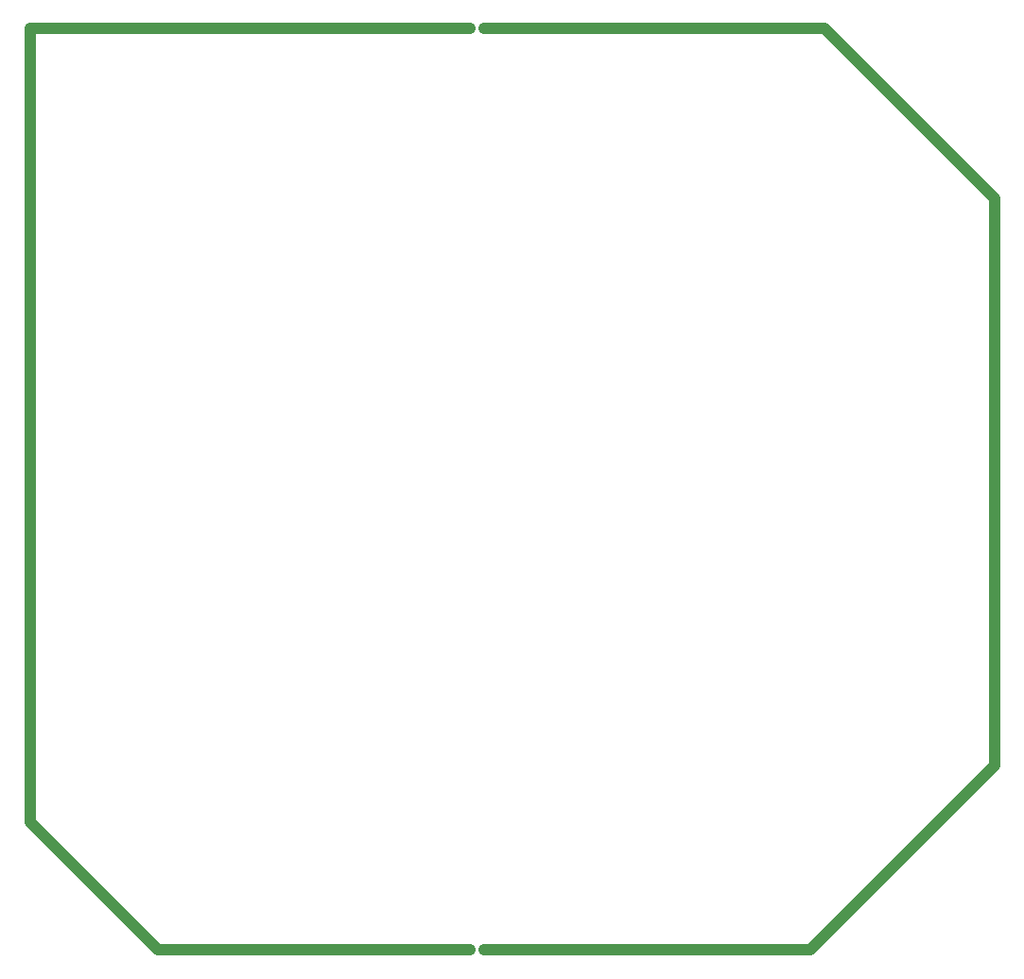
<source format=gbr>
G04 #@! TF.FileFunction,Profile,NP*
%FSLAX46Y46*%
G04 Gerber Fmt 4.6, Leading zero omitted, Abs format (unit mm)*
G04 Created by KiCad (PCBNEW 4.0.0~rc1a-stable) date Thu Dec 17 17:43:48 2015*
%MOMM*%
G01*
G04 APERTURE LIST*
%ADD10C,0.100000*%
%ADD11C,1.000000*%
G04 APERTURE END LIST*
D10*
D11*
X-19050000Y3810000D02*
X20320000Y3810000D01*
X-19050000Y-67310000D02*
X-19050000Y3810000D01*
X-7620000Y-78740000D02*
X-19050000Y-67310000D01*
X20320000Y-78740000D02*
X-7620000Y-78740000D01*
X50800000Y-78740000D02*
X21590000Y-78740000D01*
X67310000Y-62230000D02*
X50800000Y-78740000D01*
X67310000Y-11430000D02*
X67310000Y-62230000D01*
X52070000Y3810000D02*
X67310000Y-11430000D01*
X21590000Y3810000D02*
X52070000Y3810000D01*
M02*

</source>
